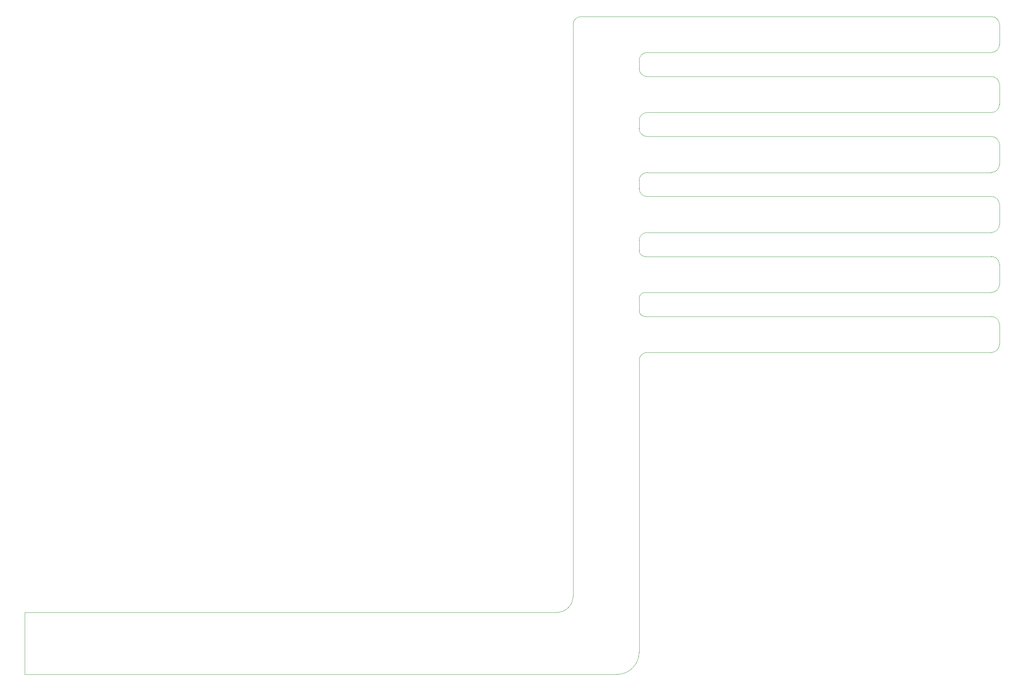
<source format=gm1>
G04 #@! TF.GenerationSoftware,KiCad,Pcbnew,(6.0.8)*
G04 #@! TF.CreationDate,2023-03-13T18:59:32-05:00*
G04 #@! TF.ProjectId,comb_v2_electrodes_front,636f6d62-5f76-4325-9f65-6c656374726f,rev?*
G04 #@! TF.SameCoordinates,Original*
G04 #@! TF.FileFunction,Profile,NP*
%FSLAX46Y46*%
G04 Gerber Fmt 4.6, Leading zero omitted, Abs format (unit mm)*
G04 Created by KiCad (PCBNEW (6.0.8)) date 2023-03-13 18:59:32*
%MOMM*%
%LPD*%
G01*
G04 APERTURE LIST*
G04 #@! TA.AperFunction,Profile*
%ADD10C,0.100000*%
G04 #@! TD*
G04 APERTURE END LIST*
D10*
X192000000Y-134000000D02*
G75*
G03*
X190000000Y-136000000I0J-2000000D01*
G01*
X184500000Y-214500000D02*
G75*
G03*
X190000000Y-209000000I0J5500000D01*
G01*
X169500000Y-199000000D02*
G75*
G03*
X173500000Y-195000000I0J4000000D01*
G01*
X190000000Y-123500000D02*
G75*
G03*
X191500000Y-125000000I1500000J0D01*
G01*
X190000000Y-106000000D02*
X190000000Y-108500000D01*
X280000000Y-97000000D02*
X280000000Y-102000000D01*
X280000000Y-52000000D02*
G75*
G03*
X278000000Y-50000000I-2000000J0D01*
G01*
X175500000Y-50000000D02*
X278000000Y-50000000D01*
X191500000Y-110000000D02*
X278000000Y-110000000D01*
X280000000Y-97000000D02*
G75*
G03*
X278000000Y-95000000I-2000000J0D01*
G01*
X190000000Y-61000000D02*
X190000000Y-63000000D01*
X278000000Y-104000000D02*
G75*
G03*
X280000000Y-102000000I0J2000000D01*
G01*
X280000000Y-82000000D02*
X280000000Y-87000000D01*
X169500000Y-199000000D02*
X40250000Y-199000000D01*
X278000000Y-134000000D02*
G75*
G03*
X280000000Y-132000000I0J2000000D01*
G01*
X190000000Y-136000000D02*
X190000000Y-209000000D01*
X173500000Y-195000000D02*
X173500000Y-52000000D01*
X175500000Y-50000000D02*
G75*
G03*
X173500000Y-52000000I0J-2000000D01*
G01*
X280000000Y-112000000D02*
X280000000Y-117000000D01*
X192000000Y-80000000D02*
X278000000Y-80000000D01*
X280000000Y-112000000D02*
G75*
G03*
X278000000Y-110000000I-2000000J0D01*
G01*
X278000000Y-74000000D02*
G75*
G03*
X280000000Y-72000000I0J2000000D01*
G01*
X278000000Y-119000000D02*
G75*
G03*
X280000000Y-117000000I0J2000000D01*
G01*
X190000000Y-91000000D02*
X190000000Y-93000000D01*
X278000000Y-134000000D02*
X192000000Y-134000000D01*
X278000000Y-119000000D02*
X191500000Y-119000000D01*
X190000000Y-120500000D02*
X190000000Y-123500000D01*
X280000000Y-82000000D02*
G75*
G03*
X278000000Y-80000000I-2000000J0D01*
G01*
X191500000Y-125000000D02*
X278000000Y-125000000D01*
X191500000Y-119000000D02*
G75*
G03*
X190000000Y-120500000I0J-1500000D01*
G01*
X278000000Y-89000000D02*
G75*
G03*
X280000000Y-87000000I0J2000000D01*
G01*
X190000000Y-93000000D02*
G75*
G03*
X192000000Y-95000000I2000000J0D01*
G01*
X278000000Y-74000000D02*
X192000000Y-74000000D01*
X280000000Y-127000000D02*
G75*
G03*
X278000000Y-125000000I-2000000J0D01*
G01*
X190000000Y-63000000D02*
G75*
G03*
X192000000Y-65000000I2000000J0D01*
G01*
X278000000Y-104000000D02*
X192000000Y-104000000D01*
X278000000Y-59000000D02*
G75*
G03*
X280000000Y-57000000I0J2000000D01*
G01*
X192000000Y-104000000D02*
G75*
G03*
X190000000Y-106000000I0J-2000000D01*
G01*
X192000000Y-89000000D02*
G75*
G03*
X190000000Y-91000000I0J-2000000D01*
G01*
X192000000Y-95000000D02*
X278000000Y-95000000D01*
X280000000Y-127000000D02*
X280000000Y-132000000D01*
X192000000Y-74000000D02*
G75*
G03*
X190000000Y-76000000I0J-2000000D01*
G01*
X190000000Y-76000000D02*
X190000000Y-78000000D01*
X190000000Y-78000000D02*
G75*
G03*
X192000000Y-80000000I2000000J0D01*
G01*
X280000000Y-52000000D02*
X280000000Y-57000000D01*
X190000000Y-108500000D02*
G75*
G03*
X191500000Y-110000000I1500000J0D01*
G01*
X184500000Y-214500000D02*
X40250000Y-214500000D01*
X192000000Y-59000000D02*
G75*
G03*
X190000000Y-61000000I0J-2000000D01*
G01*
X278000000Y-59000000D02*
X192000000Y-59000000D01*
X278000000Y-89000000D02*
X192000000Y-89000000D01*
X192000000Y-65000000D02*
X278000000Y-65000000D01*
X280000000Y-67000000D02*
G75*
G03*
X278000000Y-65000000I-2000000J0D01*
G01*
X280000000Y-67000000D02*
X280000000Y-72000000D01*
X36500000Y-199000000D02*
X36500000Y-214500000D01*
X36500000Y-214500000D02*
X40250000Y-214500000D01*
X40250000Y-199000000D02*
X36500000Y-199000000D01*
M02*

</source>
